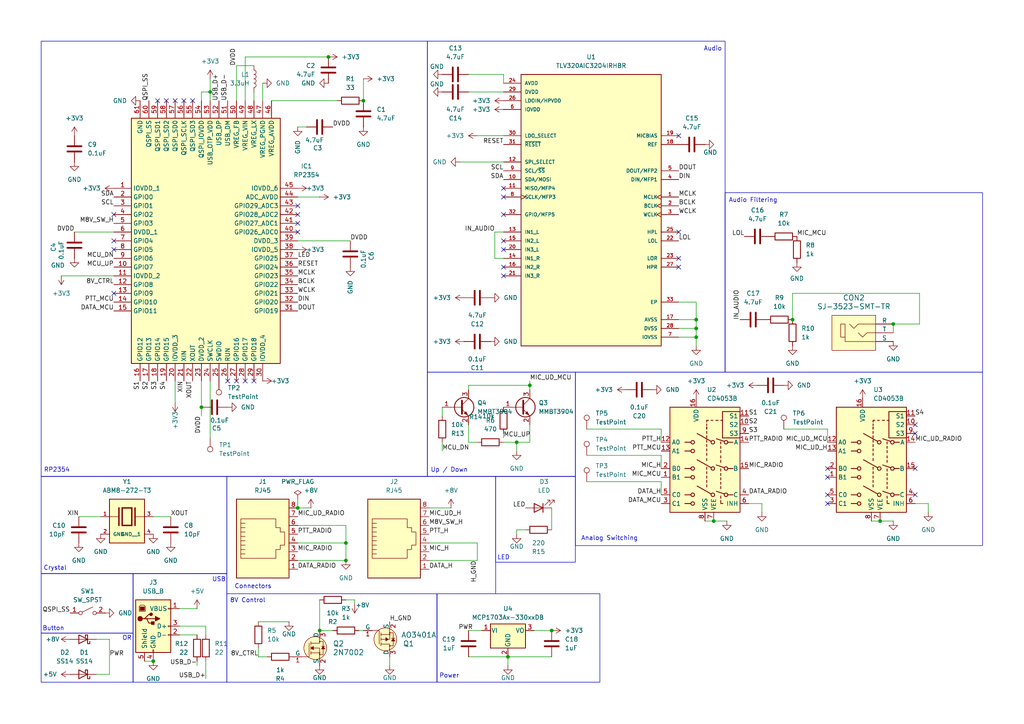
<source format=kicad_sch>
(kicad_sch (version 20250114) (generator "eeschema") (generator_version "9.0")
  (paper "A4")
  (rectangle (start 11.938 183.642) (end 38.608 197.866))
  (rectangle (start 65.786 138.176) (end 143.764 172.212))
  (rectangle (start 65.786 172.212) (end 126.746 197.866))
  (rectangle (start 143.764 138.176) (end 166.878 163.068))
  (rectangle (start 210.312 55.88) (end 284.988 107.95))
  (rectangle (start 38.608 166.37) (end 65.786 197.866))
  (rectangle (start 11.938 138.176) (end 65.786 166.37))
  (rectangle (start 11.938 11.938) (end 123.952 138.176))
  (rectangle (start 11.938 166.37) (end 38.608 183.642))
  (rectangle (start 123.952 11.938) (end 210.312 107.95))
  (rectangle (start 123.952 107.95) (end 166.878 138.176))
  (rectangle (start 126.746 172.212) (end 173.99 197.866))
  (rectangle (start 166.878 107.95) (end 284.988 158.242))
  (text "Audio Filtering" (at 218.44 58.166 0) (effects (font (size 1.27 1.27))))
  (text "Up / Down" (at 130.302 136.398 0) (effects (font (size 1.27 1.27))))
  (text "OR" (at 36.83 185.166 0) (effects (font (size 1.27 1.27))))
  (text "RP2354" (at 16.51 136.398 0) (effects (font (size 1.27 1.27))))
  (text "LED" (at 146.05 161.798 0) (effects (font (size 1.27 1.27))))
  (text "8V Control" (at 71.882 174.244 0) (effects (font (size 1.27 1.27))))
  (text "Analog Switching" (at 176.784 156.21 0) (effects (font (size 1.27 1.27))))
  (text "Connectors" (at 73.406 170.18 0) (effects (font (size 1.27 1.27))))
  (text "Audio" (at 206.756 14.224 0) (effects (font (size 1.27 1.27))))
  (text "Crystal" (at 16.002 164.846 0) (effects (font (size 1.27 1.27))))
  (text "Button" (at 15.494 182.372 0) (effects (font (size 1.27 1.27))))
  (text "Power" (at 130.302 196.088 0) (effects (font (size 1.27 1.27))))
  (text "USB" (at 63.5 168.148 0) (effects (font (size 1.27 1.27))))
  (junction (at 160.02 182.88))
  (junction (at 100.33 157.48))
  (junction (at 255.27 151.13))
  (junction (at 201.93 97.79))
  (junction (at 147.32 190.5))
  (junction (at 86.36 147.32))
  (junction (at 229.87 92.71))
  (junction (at 44.45 191.77))
  (junction (at 153.67 111.76))
  (junction (at 201.93 92.71))
  (junction (at 95.25 16.51))
  (junction (at 105.41 29.21))
  (junction (at 259.08 93.98))
  (junction (at 58.42 118.11))
  (junction (at 207.01 151.13))
  (junction (at 92.71 182.88))
  (junction (at 100.33 162.56))
  (junction (at 201.93 95.25))
  (junction (at 149.86 128.27))
  (junction (at 60.96 26.67))
  (no_connect (at 240.03 138.43))
  (no_connect (at 86.36 67.31))
  (no_connect (at 240.03 143.51))
  (no_connect (at 196.85 77.47))
  (no_connect (at 33.02 85.09))
  (no_connect (at 66.04 110.49))
  (no_connect (at 71.12 110.49))
  (no_connect (at 53.34 29.21))
  (no_connect (at 55.88 29.21))
  (no_connect (at 146.05 72.39))
  (no_connect (at 146.05 77.47))
  (no_connect (at 146.05 80.01))
  (no_connect (at 146.05 62.23))
  (no_connect (at 50.8 29.21))
  (no_connect (at 265.43 123.19))
  (no_connect (at 86.36 62.23))
  (no_connect (at 48.26 29.21))
  (no_connect (at 240.03 135.89))
  (no_connect (at 33.02 72.39))
  (no_connect (at 146.05 57.15))
  (no_connect (at 146.05 54.61))
  (no_connect (at 265.43 143.51))
  (no_connect (at 265.43 135.89))
  (no_connect (at 86.36 64.77))
  (no_connect (at 86.36 59.69))
  (no_connect (at 33.02 69.85))
  (no_connect (at 196.85 74.93))
  (no_connect (at 196.85 67.31))
  (no_connect (at 265.43 125.73))
  (no_connect (at 73.66 110.49))
  (no_connect (at 45.72 29.21))
  (no_connect (at 146.05 69.85))
  (no_connect (at 33.02 62.23))
  (no_connect (at 68.58 110.49))
  (no_connect (at 240.03 146.05))
  (no_connect (at 196.85 39.37))
  (wire (pts (xy 124.46 147.32) (xy 130.81 147.32)))
  (wire (pts (xy 266.7 93.98) (xy 266.7 85.09)))
  (wire (pts (xy 59.69 184.15) (xy 59.69 181.61)))
  (wire (pts (xy 201.93 95.25) (xy 201.93 97.79)))
  (wire (pts (xy 100.33 152.4) (xy 86.36 152.4)))
  (wire (pts (xy 21.59 67.31) (xy 33.02 67.31)))
  (wire (pts (xy 74.93 180.34) (xy 83.82 180.34)))
  (wire (pts (xy 143.51 74.93) (xy 146.05 74.93)))
  (wire (pts (xy 92.71 182.88) (xy 96.52 182.88)))
  (wire (pts (xy 207.01 151.13) (xy 210.82 151.13)))
  (wire (pts (xy 52.07 184.15) (xy 57.15 184.15)))
  (wire (pts (xy 143.51 67.31) (xy 143.51 74.93)))
  (wire (pts (xy 201.93 95.25) (xy 201.93 92.71)))
  (wire (pts (xy 138.43 128.27) (xy 135.89 128.27)))
  (wire (pts (xy 196.85 87.63) (xy 201.93 87.63)))
  (wire (pts (xy 138.43 39.37) (xy 146.05 39.37)))
  (wire (pts (xy 102.87 173.99) (xy 100.33 173.99)))
  (wire (pts (xy 124.46 162.56) (xy 138.43 162.56)))
  (wire (pts (xy 31.75 185.42) (xy 31.75 195.58)))
  (wire (pts (xy 135.89 128.27) (xy 135.89 123.19)))
  (wire (pts (xy 204.47 151.13) (xy 207.01 151.13)))
  (wire (pts (xy 269.24 146.05) (xy 269.24 148.59)))
  (wire (pts (xy 113.03 190.5) (xy 113.03 193.04)))
  (wire (pts (xy 124.46 157.48) (xy 138.43 157.48)))
  (wire (pts (xy 265.43 146.05) (xy 269.24 146.05)))
  (wire (pts (xy 154.94 182.88) (xy 160.02 182.88)))
  (wire (pts (xy 44.45 149.86) (xy 49.53 149.86)))
  (wire (pts (xy 170.18 124.46) (xy 191.77 124.46)))
  (wire (pts (xy 135.89 21.59) (xy 146.05 21.59)))
  (wire (pts (xy 196.85 95.25) (xy 201.93 95.25)))
  (wire (pts (xy 146.05 67.31) (xy 143.51 67.31)))
  (wire (pts (xy 191.77 124.46) (xy 191.77 128.27)))
  (wire (pts (xy 201.93 87.63) (xy 201.93 92.71)))
  (wire (pts (xy 240.03 124.46) (xy 240.03 128.27)))
  (wire (pts (xy 135.89 182.88) (xy 139.7 182.88)))
  (wire (pts (xy 102.87 175.26) (xy 102.87 173.99)))
  (wire (pts (xy 58.42 110.49) (xy 58.42 118.11)))
  (wire (pts (xy 170.18 132.08) (xy 191.77 132.08)))
  (wire (pts (xy 259.08 93.98) (xy 266.7 93.98)))
  (wire (pts (xy 59.69 191.77) (xy 59.69 196.85)))
  (wire (pts (xy 78.74 29.21) (xy 97.79 29.21)))
  (wire (pts (xy 76.2 24.13) (xy 76.2 29.21)))
  (wire (pts (xy 74.93 190.5) (xy 77.47 190.5)))
  (wire (pts (xy 27.94 185.42) (xy 31.75 185.42)))
  (wire (pts (xy 146.05 125.73) (xy 146.05 127)))
  (wire (pts (xy 153.67 110.49) (xy 153.67 111.76)))
  (wire (pts (xy 266.7 85.09) (xy 229.87 85.09)))
  (wire (pts (xy 95.25 16.51) (xy 71.12 16.51)))
  (wire (pts (xy 149.86 130.81) (xy 149.86 128.27)))
  (wire (pts (xy 138.43 157.48) (xy 138.43 162.56)))
  (wire (pts (xy 100.33 157.48) (xy 100.33 152.4)))
  (wire (pts (xy 191.77 132.08) (xy 191.77 135.89)))
  (wire (pts (xy 86.36 147.32) (xy 90.17 147.32)))
  (wire (pts (xy 147.32 190.5) (xy 147.32 193.04)))
  (wire (pts (xy 147.32 190.5) (xy 160.02 190.5)))
  (wire (pts (xy 220.98 146.05) (xy 220.98 148.59)))
  (wire (pts (xy 135.89 26.67) (xy 146.05 26.67)))
  (wire (pts (xy 105.41 22.86) (xy 105.41 29.21)))
  (wire (pts (xy 149.86 154.94) (xy 149.86 153.67)))
  (wire (pts (xy 201.93 97.79) (xy 196.85 97.79)))
  (wire (pts (xy 128.27 128.27) (xy 128.27 130.81)))
  (wire (pts (xy 227.33 124.46) (xy 240.03 124.46)))
  (wire (pts (xy 259.08 93.98) (xy 259.08 96.52)))
  (wire (pts (xy 191.77 139.7) (xy 191.77 143.51)))
  (wire (pts (xy 60.96 26.67) (xy 58.42 26.67)))
  (wire (pts (xy 217.17 146.05) (xy 220.98 146.05)))
  (wire (pts (xy 71.12 16.51) (xy 71.12 29.21)))
  (wire (pts (xy 68.58 19.05) (xy 68.58 29.21)))
  (wire (pts (xy 31.75 195.58) (xy 27.94 195.58)))
  (wire (pts (xy 128.27 118.11) (xy 128.27 120.65)))
  (wire (pts (xy 52.07 176.53) (xy 57.15 176.53)))
  (wire (pts (xy 60.96 22.86) (xy 60.96 26.67)))
  (wire (pts (xy 60.96 26.67) (xy 60.96 29.21)))
  (wire (pts (xy 153.67 128.27) (xy 153.67 123.19)))
  (wire (pts (xy 73.66 19.05) (xy 68.58 19.05)))
  (wire (pts (xy 52.07 181.61) (xy 59.69 181.61)))
  (wire (pts (xy 170.18 139.7) (xy 191.77 139.7)))
  (wire (pts (xy 100.33 157.48) (xy 100.33 162.56)))
  (wire (pts (xy 74.93 187.96) (xy 74.93 190.5)))
  (wire (pts (xy 92.71 173.99) (xy 92.71 182.88)))
  (wire (pts (xy 146.05 21.59) (xy 146.05 24.13)))
  (wire (pts (xy 135.89 111.76) (xy 153.67 111.76)))
  (wire (pts (xy 104.14 182.88) (xy 105.41 182.88)))
  (wire (pts (xy 86.36 69.85) (xy 101.6 69.85)))
  (wire (pts (xy 86.36 162.56) (xy 100.33 162.56)))
  (wire (pts (xy 149.86 128.27) (xy 153.67 128.27)))
  (wire (pts (xy 255.27 151.13) (xy 259.08 151.13)))
  (wire (pts (xy 86.36 157.48) (xy 100.33 157.48)))
  (wire (pts (xy 201.93 100.33) (xy 201.93 97.79)))
  (wire (pts (xy 41.91 191.77) (xy 44.45 191.77)))
  (wire (pts (xy 201.93 92.71) (xy 196.85 92.71)))
  (wire (pts (xy 17.78 80.01) (xy 33.02 80.01)))
  (wire (pts (xy 60.96 110.49) (xy 60.96 127)))
  (wire (pts (xy 22.86 149.86) (xy 29.21 149.86)))
  (wire (pts (xy 73.66 26.67) (xy 73.66 29.21)))
  (wire (pts (xy 153.67 111.76) (xy 153.67 113.03)))
  (wire (pts (xy 86.36 36.83) (xy 88.9 36.83)))
  (wire (pts (xy 149.86 153.67) (xy 152.4 153.67)))
  (wire (pts (xy 50.8 110.49) (xy 50.8 116.84)))
  (wire (pts (xy 58.42 26.67) (xy 58.42 29.21)))
  (wire (pts (xy 229.87 85.09) (xy 229.87 92.71)))
  (wire (pts (xy 135.89 113.03) (xy 135.89 111.76)))
  (wire (pts (xy 86.36 57.15) (xy 92.71 57.15)))
  (wire (pts (xy 135.89 190.5) (xy 147.32 190.5)))
  (wire (pts (xy 133.35 46.99) (xy 146.05 46.99)))
  (wire (pts (xy 160.02 147.32) (xy 160.02 153.67)))
  (wire (pts (xy 86.36 144.78) (xy 86.36 147.32)))
  (wire (pts (xy 58.42 120.65) (xy 58.42 118.11)))
  (wire (pts (xy 252.73 151.13) (xy 255.27 151.13)))
  (wire (pts (xy 149.86 128.27) (xy 146.05 128.27)))
  (wire (pts (xy 57.15 191.77) (xy 57.15 193.04)))
  (label "MIC_H" (at 124.46 160.02 0))
  (label "DATA_MCU" (at 191.77 146.05 180))
  (label "S1" (at 40.64 110.49 270))
  (label "MIC_UD_RADIO" (at 265.43 128.27 0))
  (label "DATA_MCU" (at 33.02 90.17 180))
  (label "DVDD" (at 68.58 19.05 90))
  (label "PTT_H" (at 191.77 128.27 180))
  (label "DATA_H" (at 124.46 165.1 0))
  (label "PWR" (at 137.16 182.88 180))
  (label "DATA_RADIO" (at 217.17 143.51 0))
  (label "PTT_RADIO" (at 217.17 128.27 0))
  (label "DATA_H" (at 191.77 143.51 180))
  (label "MCLK" (at 86.36 80.01 0))
  (label "PTT_MCU" (at 191.77 130.81 180))
  (label "USB_D+" (at 63.5 29.21 90))
  (label "MIC_UD_H" (at 124.46 149.86 0))
  (label "SDA" (at 33.02 57.15 180))
  (label "DVDD" (at 58.42 120.65 270))
  (label "MIC_MCU" (at 191.77 138.43 180))
  (label "RESET" (at 86.36 77.47 0))
  (label "LOL" (at 196.85 69.85 0))
  (label "S3" (at 217.17 125.73 0))
  (label "DOUT" (at 196.85 49.53 0))
  (label "PTT_H" (at 124.46 154.94 0))
  (label "RESET" (at 146.05 41.91 180))
  (label "M8V_SW_H" (at 33.02 64.77 180))
  (label "H_GND" (at 113.03 180.34 0))
  (label "MIC_H" (at 191.77 135.89 180))
  (label "XIN" (at 22.86 149.86 180))
  (label "SCL" (at 146.05 49.53 180))
  (label "8V_CTRL" (at 74.93 190.5 180))
  (label "QSPI_SS" (at 43.18 29.21 90))
  (label "MIC_MCU" (at 231.14 68.58 0))
  (label "H_GND" (at 138.43 162.56 270))
  (label "XOUT" (at 49.53 149.86 0))
  (label "S2" (at 217.17 123.19 0))
  (label "MIC_UD_RADIO" (at 86.36 149.86 0))
  (label "XOUT" (at 55.88 110.49 270))
  (label "USB_D-" (at 66.04 29.21 90))
  (label "MIC_UD_H" (at 240.03 130.81 180))
  (label "WCLK" (at 196.85 62.23 0))
  (label "PWR" (at 31.75 190.5 0))
  (label "MCU_DN" (at 128.27 130.81 0))
  (label "PTT_RADIO" (at 86.36 154.94 0))
  (label "IN_AUDIO" (at 143.51 67.31 180))
  (label "LOL" (at 215.9 68.58 180))
  (label "MIC_UD_MCU" (at 240.03 128.27 180))
  (label "QSPI_SS" (at 20.32 177.8 180))
  (label "DVDD" (at 101.6 69.85 0))
  (label "MCU_UP" (at 33.02 77.47 180))
  (label "MIC_UD_MCU" (at 153.67 110.49 0))
  (label "DOUT" (at 86.36 90.17 0))
  (label "WCLK" (at 86.36 85.09 0))
  (label "SCL" (at 33.02 59.69 180))
  (label "MIC_RADIO" (at 86.36 160.02 0))
  (label "XIN" (at 53.34 110.49 270))
  (label "MCLK" (at 196.85 57.15 0))
  (label "PTT_MCU" (at 33.02 87.63 180))
  (label "DATA_RADIO" (at 86.36 165.1 0))
  (label "SDA" (at 146.05 52.07 180))
  (label "8V_CTRL" (at 33.02 82.55 180))
  (label "MIC_RADIO" (at 217.17 135.89 0))
  (label "S3" (at 45.72 110.49 270))
  (label "IN_AUDIO" (at 214.63 92.71 90))
  (label "S1" (at 217.17 120.65 0))
  (label "LED" (at 152.4 147.32 180))
  (label "S2" (at 43.18 110.49 270))
  (label "USB_D-" (at 57.15 193.04 180))
  (label "S4" (at 265.43 120.65 0))
  (label "DVDD" (at 21.59 67.31 180))
  (label "MCU_UP" (at 146.05 127 0))
  (label "S4" (at 48.26 110.49 270))
  (label "USB_D+" (at 59.69 196.85 180))
  (label "DIN" (at 86.36 87.63 0))
  (label "MCU_DN" (at 33.02 74.93 180))
  (label "DIN" (at 196.85 52.07 0))
  (label "LED" (at 86.36 74.93 0))
  (label "DVDD" (at 96.52 36.83 0))
  (label "BCLK" (at 196.85 59.69 0))
  (label "BCLK" (at 86.36 82.55 0))
  (label "M8V_SW_H" (at 124.46 152.4 0))
  (symbol (lib_id "power:+3V3") (at 76.2 110.49 270) (mirror x) (unit 1)
    (property "Reference" "#PWR014" (effects (hide yes)))
    (property "Value" "+3V3" (at 81.28 110.49 90))
    (property "Description" "Power symbol creates a global label with name \"+3V3\"" (effects (hide yes)))
  )
  (symbol (lib_id "Device:C") (at 218.44 92.71 90) (unit 1)
    (property "Reference" "C17" (at 218.44 85.09 90))
    (property "Value" "4.7uF" (at 218.44 87.63 90))
    (property "Footprint" "Capacitor_SMD:C_0201_0603Metric" (effects (hide yes)))
    (property "Description" "Unpolarized capacitor" (effects (hide yes)))
  )
  (symbol (lib_id "power:+3V3") (at 86.36 54.61 270) (mirror x) (unit 1)
    (property "Reference" "#PWR020" (effects (hide yes)))
    (property "Value" "+3V3" (at 91.44 54.61 90))
    (property "Description" "Power symbol creates a global label with name \"+3V3\"" (effects (hide yes)))
  )
  (symbol (lib_id "power:GND") (at 49.53 157.48 0) (unit 1)
    (property "Reference" "#PWR024" (effects (hide yes)))
    (property "Value" "GND" (at 49.53 162.56 0))
    (property "Description" "Power symbol creates a global label with name \"GND\" , ground" (effects (hide yes)))
  )
  (symbol (lib_id "Device:R") (at 128.27 124.46 0) (mirror y) (unit 1)
    (property "Reference" "R13" (at 130.81 125.7301 0) (effects (justify right)))
    (property "Value" "10k" (at 130.81 123.1901 0) (effects (justify right)))
    (property "Footprint" "Resistor_SMD:R_0402_1005Metric" (effects (hide yes)))
    (property "Description" "Resistor" (effects (hide yes)))
  )
  (symbol (lib_id "Device:R") (at 226.06 92.71 90) (unit 1)
    (property "Reference" "R9" (at 226.06 86.36 90))
    (property "Value" "10k" (at 226.06 88.9 90))
    (property "Footprint" "Resistor_SMD:R_0402_1005Metric" (effects (hide yes)))
    (property "Description" "Resistor" (effects (hide yes)))
  )
  (symbol (lib_id "Connector:RJ45") (at 76.2 157.48 0) (unit 1)
    (property "Reference" "J1" (at 76.2 139.7 0))
    (property "Value" "RJ45" (at 76.2 142.24 0))
    (property "Footprint" "Connector_RJ:RJ45_Amphenol_54602-x08_Horizontal" (effects (hide yes)))
    (property "Description" "RJ connector, 8P8C (8 positions 8 connected)" (effects (hide yes)))
  )
  (symbol (lib_id "Device:C") (at 138.43 86.36 90) (mirror x) (unit 1)
    (property "Reference" "C12" (at 138.43 93.98 90))
    (property "Value" "4.7uF" (at 138.43 91.44 90))
    (property "Footprint" "Capacitor_SMD:C_0201_0603Metric" (effects (hide yes)))
    (property "Description" "Unpolarized capacitor" (effects (hide yes)))
  )
  (symbol (lib_id "power:+3V3") (at 17.78 80.01 0) (mirror x) (unit 1)
    (property "Reference" "#PWR017" (effects (hide yes)))
    (property "Value" "+3V3" (at 17.78 85.09 0))
    (property "Description" "Power symbol creates a global label with name \"+3V3\"" (effects (hide yes)))
  )
  (symbol (lib_id "power:+3V3") (at 134.62 86.36 90) (unit 1)
    (property "Reference" "#PWR033" (effects (hide yes)))
    (property "Value" "+3V3" (at 130.81 86.3599 90) (effects (justify left)))
    (property "Description" "Power symbol creates a global label with name \"+3V3\"" (effects (hide yes)))
  )
  (symbol (lib_id "Connector:TestPoint") (at 227.33 124.46 0) (unit 1)
    (property "Reference" "TP6" (at 229.87 119.8879 0) (effects (justify left)))
    (property "Value" "TestPoint" (at 229.87 122.4279 0) (effects (justify left)))
    (property "Footprint" "TestPoint:TestPoint_Pad_D1.0mm" (effects (hide yes)))
    (property "Description" "test point" (effects (hide yes)))
  )
  (symbol (lib_id "TLV320AIC3204IRHBR:TLV320AIC3204IRHBR") (at 171.45 59.69 0) (unit 1)
    (property "Reference" "U1" (at 171.45 16.51 0))
    (property "Value" "TLV320AIC3204IRHBR" (at 171.45 19.05 0))
    (property "Footprint" "KiCadpretty:QFN50P500X500X100-33N" (effects (hide yes)))
    (property "PARTREV" "E" (effects (hide yes)))
    (property "STANDARD" "IPC-7351B" (effects (hide yes)))
    (property "MAXIMUM_PACKAGE_HEIGHT" "1.0mm" (effects (hide yes)))
    (property "MANUFACTURER" "Texas Instruments" (effects (hide yes)))
  )
  (symbol (lib_id "power:GND") (at 113.03 193.04 0) (unit 1)
    (property "Reference" "#PWR040" (effects (hide yes)))
    (property "Value" "GND" (at 113.03 196.596 0))
    (property "Description" "Power symbol creates a global label with name \"GND\" , ground" (effects (hide yes)))
  )
  (symbol (lib_id "power:GND") (at 30.48 177.8 90) (unit 1)
    (property "Reference" "#PWR026" (effects (hide yes)))
    (property "Value" "GND" (at 34.29 177.7999 90) (effects (justify right)))
    (property "Description" "Power symbol creates a global label with name \"GND\" , ground" (effects (hide yes)))
  )
  (symbol (lib_id "Connector:RJ45") (at 114.3 157.48 0) (unit 1)
    (property "Reference" "J2" (at 114.3 139.7 0))
    (property "Value" "RJ45" (at 114.3 142.24 0))
    (property "Footprint" "Connector_RJ:RJ45_Amphenol_54602-x08_Horizontal" (effects (hide yes)))
    (property "Description" "RJ connector, 8P8C (8 positions 8 connected)" (effects (hide yes)))
  )
  (symbol (lib_id "Device:R") (at 231.14 72.39 180) (unit 1)
    (property "Reference" "R8" (at 233.68 71.1199 0) (effects (justify right)))
    (property "Value" "1k" (at 233.68 73.6599 0) (effects (justify right)))
    (property "Footprint" "Resistor_SMD:R_0402_1005Metric" (effects (hide yes)))
    (property "Description" "Resistor" (effects (hide yes)))
  )
  (symbol (lib_id "Device:R") (at 227.33 68.58 90) (unit 1)
    (property "Reference" "R7" (at 227.33 62.23 90))
    (property "Value" "10k" (at 227.33 64.77 90))
    (property "Footprint" "Resistor_SMD:R_0402_1005Metric" (effects (hide yes)))
    (property "Description" "Resistor" (effects (hide yes)))
  )
  (symbol (lib_id "Device:R") (at 74.93 184.15 180) (unit 1)
    (property "Reference" "R5" (at 77.47 182.8799 0) (effects (justify right)))
    (property "Value" "10k" (at 77.47 185.4199 0) (effects (justify right)))
    (property "Footprint" "Resistor_SMD:R_0402_1005Metric" (effects (hide yes)))
    (property "Description" "Resistor" (effects (hide yes)))
  )
  (symbol (lib_id "power:GND") (at 22.86 157.48 0) (unit 1)
    (property "Reference" "#PWR025" (effects (hide yes)))
    (property "Value" "GND" (at 22.86 162.56 0))
    (property "Description" "Power symbol creates a global label with name \"GND\" , ground" (effects (hide yes)))
  )
  (symbol (lib_id "Device:C") (at 92.71 36.83 270) (mirror x) (unit 1)
    (property "Reference" "C3" (at 93.472 42.926 90) (effects (justify right)))
    (property "Value" "4.7uF" (at 93.9799 40.64 90) (effects (justify right)))
    (property "Footprint" "Capacitor_SMD:C_0201_0603Metric" (effects (hide yes)))
    (property "Description" "Unpolarized capacitor" (effects (hide yes)))
  )
  (symbol (lib_id "Device:L") (at 73.66 22.86 0) (mirror x) (unit 1)
    (property "Reference" "L1" (at 72.39 21.5899 0) (effects (justify right)))
    (property "Value" "3.3uH" (at 72.39 24.1299 0) (effects (justify right)))
    (property "Footprint" "footprints:AOTAB201610S3R3101T" (effects (hide yes)))
    (property "Description" "Inductor" (effects (hide yes)))
  )
  (symbol (lib_id "power:GND") (at 149.86 154.94 0) (unit 1)
    (property "Reference" "#PWR012" (effects (hide yes)))
    (property "Value" "GND" (at 149.86 158.496 0))
    (property "Description" "Power symbol creates a global label with name \"GND\" , ground" (effects (hide yes)))
  )
  (symbol (lib_id "power:+3V3") (at 50.8 116.84 0) (mirror x) (unit 1)
    (property "Reference" "#PWR018" (effects (hide yes)))
    (property "Value" "+3V3" (at 50.8 121.92 90))
    (property "Description" "Power symbol creates a global label with name \"+3V3\"" (effects (hide yes)))
  )
  (symbol (lib_id "power:GND") (at 44.45 191.77 0) (unit 1)
    (property "Reference" "#PWR046" (effects (hide yes)))
    (property "Value" "GND" (at 44.45 196.85 0))
    (property "Description" "Power symbol creates a global label with name \"GND\" , ground" (effects (hide yes)))
  )
  (symbol (lib_id "Transistor_BJT:MMBT3904") (at 133.35 118.11 0) (unit 1)
    (property "Reference" "Q4" (at 138.43 116.8399 0) (effects (justify left)))
    (property "Value" "MMBT3904" (at 138.43 119.3799 0) (effects (justify left)))
    (property "Footprint" "Package_TO_SOT_SMD:SOT-23" (effects (hide yes)))
    (property "Datasheet" "https://www.onsemi.com/pdf/datasheet/pzt3904-d.pdf" (effects (hide yes)))
    (property "Description" "0.2A Ic, 40V Vce, Small Signal NPN Transistor, SOT-23" (effects (hide yes)))
  )
  (symbol (lib_id "power:+8V") (at 90.17 147.32 0) (unit 1)
    (property "Reference" "#PWR039" (effects (hide yes)))
    (property "Value" "+8V" (at 90.17 142.24 0))
    (property "Description" "Power symbol creates a global label with name \"+8V\"" (effects (hide yes)))
  )
  (symbol (lib_id "Device:R") (at 156.21 153.67 90) (unit 1)
    (property "Reference" "R15" (at 156.21 160.02 90))
    (property "Value" "220" (at 156.21 157.48 90))
    (property "Footprint" "Resistor_SMD:R_0603_1608Metric" (effects (hide yes)))
    (property "Description" "Resistor" (effects (hide yes)))
  )
  (symbol (lib_id "power:+3V3") (at 134.62 99.06 90) (unit 1)
    (property "Reference" "#PWR031" (effects (hide yes)))
    (property "Value" "+3V3" (at 130.81 99.0599 90) (effects (justify left)))
    (property "Description" "Power symbol creates a global label with name \"+3V3\"" (effects (hide yes)))
  )
  (symbol (lib_id "power:GND") (at 231.14 76.2 0) (unit 1)
    (property "Reference" "#PWR057" (effects (hide yes)))
    (property "Value" "GND" (at 231.14 80.772 0))
    (property "Description" "Power symbol creates a global label with name \"GND\" , ground" (effects (hide yes)))
  )
  (symbol (lib_id "power:GND") (at 44.45 154.94 0) (unit 1)
    (property "Reference" "#PWR015" (effects (hide yes)))
    (property "Value" "GND" (at 44.45 160.02 0))
    (property "Description" "Power symbol creates a global label with name \"GND\" , ground" (effects (hide yes)))
  )
  (symbol (lib_id "Connector:TestPoint") (at 60.96 127 180) (unit 1)
    (property "Reference" "TP1" (at 63.5 129.0319 0) (effects (justify right)))
    (property "Value" "TestPoint" (at 63.5 131.5719 0) (effects (justify right)))
    (property "Footprint" "TestPoint:TestPoint_Pad_D1.0mm" (effects (hide yes)))
    (property "Description" "test point" (effects (hide yes)))
  )
  (symbol (lib_id "power:GND") (at 142.24 99.06 90) (unit 1)
    (property "Reference" "#PWR032" (effects (hide yes)))
    (property "Value" "GND" (at 146.05 99.0599 90) (effects (justify right)))
    (property "Description" "Power symbol creates a global label with name \"GND\" , ground" (effects (hide yes)))
  )
  (symbol (lib_id "power:+3V3") (at 92.71 57.15 270) (unit 1)
    (property "Reference" "#PWR011" (effects (hide yes)))
    (property "Value" "+3V3" (at 96.52 57.1499 90) (effects (justify left)))
    (property "Description" "Power symbol creates a global label with name \"+3V3\"" (effects (hide yes)))
  )
  (symbol (lib_id "power:+3V3") (at 146.05 31.75 90) (unit 1)
    (property "Reference" "#PWR035" (effects (hide yes)))
    (property "Value" "+3V3" (at 142.24 31.7499 90) (effects (justify left)))
    (property "Description" "Power symbol creates a global label with name \"+3V3\"" (effects (hide yes)))
  )
  (symbol (lib_id "power:GND") (at 220.98 148.59 0) (unit 1)
    (property "Reference" "#PWR050" (effects (hide yes)))
    (property "Value" "GND" (at 220.98 153.67 0))
    (property "Description" "Power symbol creates a global label with name \"GND\" , ground" (effects (hide yes)))
  )
  (symbol (lib_id "Device:R") (at 81.28 190.5 90) (mirror x) (unit 1)
    (property "Reference" "R4" (at 81.28 196.85 90))
    (property "Value" "1k" (at 81.28 194.31 90))
    (property "Footprint" "Resistor_SMD:R_0402_1005Metric" (effects (hide yes)))
    (property "Description" "Resistor" (effects (hide yes)))
  )
  (symbol (lib_id "Device:R") (at 229.87 96.52 180) (unit 1)
    (property "Reference" "R10" (at 232.41 95.2499 0) (effects (justify right)))
    (property "Value" "1k" (at 232.41 97.7899 0) (effects (justify right)))
    (property "Footprint" "Resistor_SMD:R_0402_1005Metric" (effects (hide yes)))
    (property "Description" "Resistor" (effects (hide yes)))
  )
  (symbol (lib_id "Device:C") (at 160.02 186.69 0) (unit 1)
    (property "Reference" "C18" (at 163.83 185.4199 0) (effects (justify left)))
    (property "Value" "1uF" (at 163.83 187.9599 0) (effects (justify left)))
    (property "Footprint" "Capacitor_SMD:C_0201_0603Metric" (effects (hide yes)))
    (property "Description" "Unpolarized capacitor" (effects (hide yes)))
  )
  (symbol (lib_id "power:GND") (at 76.2 24.13 90) (unit 1)
    (property "Reference" "#PWR04" (effects (hide yes)))
    (property "Value" "GND" (at 80.01 24.1299 90) (effects (justify right)))
    (property "Description" "Power symbol creates a global label with name \"GND\" , ground" (effects (hide yes)))
  )
  (symbol (lib_id "Device:R") (at 96.52 173.99 90) (mirror x) (unit 1)
    (property "Reference" "R2" (at 96.52 180.34 90))
    (property "Value" "10k" (at 96.52 177.8 90))
    (property "Footprint" "Resistor_SMD:R_0402_1005Metric" (effects (hide yes)))
    (property "Description" "Resistor" (effects (hide yes)))
  )
  (symbol (lib_id "Device:C") (at 21.59 43.18 180) (unit 1)
    (property "Reference" "C9" (at 25.4 41.9099 0) (effects (justify right)))
    (property "Value" "0.1uF" (at 25.4 44.4499 0) (effects (justify right)))
    (property "Footprint" "Capacitor_SMD:C_0402_1005Metric" (effects (hide yes)))
    (property "Description" "Unpolarized capacitor" (effects (hide yes)))
  )
  (symbol (lib_id "dk_Transistors-FETs-MOSFETs-Single:2N7002") (at 92.71 187.96 0) (unit 1)
    (property "Reference" "Q2" (at 96.52 186.6899 0) (effects (font (size 1.524 1.524)) (justify left)))
    (property "Value" "2N7002" (at 96.52 189.2299 0) (effects (font (size 1.524 1.524)) (justify left)))
    (property "Footprint" "digikey-footprints:SOT-23-3" (effects (hide yes)))
    (property "Datasheet" "https://www.onsemi.com/pub/Collateral/NDS7002A-D.PDF" (effects (hide yes)))
    (property "Description" "MOSFET N-CH 60V 115MA SOT-23" (effects (hide yes)))
    (property "Digi-Key_PN" "2N7002NCT-ND" (effects (hide yes)))
    (property "MPN" "2N7002" (effects (hide yes)))
    (property "Category" "Discrete Semiconductor Products" (effects (hide yes)))
    (property "Family" "Transistors - FETs, MOSFETs - Single" (effects (hide yes)))
    (property "DK_Datasheet_Link" "https://www.onsemi.com/pub/Collateral/NDS7002A-D.PDF" (effects (hide yes)))
    (property "DK_Detail_Page" "/product-detail/en/on-semiconductor/2N7002/2N7002NCT-ND/244664" (effects (hide yes)))
    (property "Description_1" "MOSFET N-CH 60V 115MA SOT-23" (effects (hide yes)))
    (property "Manufacturer" "ON Semiconductor" (effects (hide yes)))
    (property "Status" "Active" (effects (hide yes)))
  )
  (symbol (lib_id "Device:C") (at 223.52 111.76 90) (mirror x) (unit 1)
    (property "Reference" "C21" (at 223.52 119.38 90))
    (property "Value" "0.1uF" (at 223.52 116.84 90))
    (property "Footprint" "Capacitor_SMD:C_0402_1005Metric" (effects (hide yes)))
    (property "Description" "Unpolarized capacitor" (effects (hide yes)))
  )
  (symbol (lib_id "Device:C") (at 62.23 118.11 90) (unit 1)
    (property "Reference" "C5" (at 61.468 124.206 90) (effects (justify right)))
    (property "Value" "0.1uF" (at 60.9601 121.92 90) (effects (justify right)))
    (property "Footprint" "Capacitor_SMD:C_0402_1005Metric" (effects (hide yes)))
    (property "Description" "Unpolarized capacitor" (effects (hide yes)))
  )
  (symbol (lib_id "power:GND") (at 142.24 86.36 90) (unit 1)
    (property "Reference" "#PWR034" (effects (hide yes)))
    (property "Value" "GND" (at 146.05 86.3599 90) (effects (justify right)))
    (property "Description" "Power symbol creates a global label with name \"GND\" , ground" (effects (hide yes)))
  )
  (symbol (lib_id "power:GND") (at 128.27 21.59 270) (unit 1)
    (property "Reference" "#PWR036" (effects (hide yes)))
    (property "Value" "GND" (at 128.778 19.304 90) (effects (justify right)))
    (property "Description" "Power symbol creates a global label with name \"GND\" , ground" (effects (hide yes)))
  )
  (symbol (lib_id "Device:C") (at 105.41 33.02 0) (unit 1)
    (property "Reference" "C1" (at 109.22 31.7499 0) (effects (justify left)))
    (property "Value" "4.7uF" (at 109.22 34.2899 0) (effects (justify left)))
    (property "Footprint" "Capacitor_SMD:C_0201_0603Metric" (effects (hide yes)))
    (property "Description" "Unpolarized capacitor" (effects (hide yes)))
  )
  (symbol (lib_id "power:+5V") (at 57.15 176.53 0) (unit 1)
    (property "Reference" "#PWR047" (effects (hide yes)))
    (property "Value" "+5V" (at 57.15 171.45 0))
    (property "Description" "Power symbol creates a global label with name \"+5V\"" (effects (hide yes)))
  )
  (symbol (lib_id "power:GND") (at 128.27 26.67 270) (unit 1)
    (property "Reference" "#PWR037" (effects (hide yes)))
    (property "Value" "GND" (at 128.778 24.384 90) (effects (justify right)))
    (property "Description" "Power symbol creates a global label with name \"GND\" , ground" (effects (hide yes)))
  )
  (symbol (lib_id "Device:C") (at 132.08 21.59 270) (mirror x) (unit 1)
    (property "Reference" "C13" (at 132.08 13.97 90))
    (property "Value" "4.7uF" (at 132.08 16.51 90))
    (property "Footprint" "Capacitor_SMD:C_0201_0603Metric" (effects (hide yes)))
    (property "Description" "Unpolarized capacitor" (effects (hide yes)))
  )
  (symbol (lib_id "power:GND") (at 259.08 99.06 0) (unit 1)
    (property "Reference" "#PWR059" (effects (hide yes)))
    (property "Value" "GND" (at 259.08 104.14 0))
    (property "Description" "Power symbol creates a global label with name \"GND\" , ground" (effects (hide yes)))
  )
  (symbol (lib_id "Device:C") (at 200.66 41.91 270) (mirror x) (unit 1)
    (property "Reference" "C15" (at 200.66 34.29 90))
    (property "Value" "4.7uF" (at 200.66 36.83 90))
    (property "Footprint" "Capacitor_SMD:C_0201_0603Metric" (effects (hide yes)))
    (property "Description" "Unpolarized capacitor" (effects (hide yes)))
  )
  (symbol (lib_id "dk_Transistors-FETs-MOSFETs-Single:AO3401A") (at 113.03 185.42 0) (mirror x) (unit 1)
    (property "Reference" "Q1" (at 116.84 186.6901 0) (effects (font (size 1.524 1.524)) (justify left)))
    (property "Value" "AO3401A" (at 116.332 184.15 0) (effects (font (size 1.524 1.524)) (justify left)))
    (property "Footprint" "digikey-footprints:SOT-23-3" (effects (hide yes)))
    (property "Datasheet" "http://aosmd.com/res/data_sheets/AO3401A.pdf" (effects (hide yes)))
    (property "Description" "MOSFET P-CH 30V 4A SOT23" (effects (hide yes)))
    (property "Digi-Key_PN" "785-1001-1-ND" (effects (hide yes)))
    (property "MPN" "AO3401A" (effects (hide yes)))
    (property "Category" "Discrete Semiconductor Products" (effects (hide yes)))
    (property "Family" "Transistors - FETs, MOSFETs - Single" (effects (hide yes)))
    (property "DK_Datasheet_Link" "http://aosmd.com/res/data_sheets/AO3401A.pdf" (effects (hide yes)))
    (property "DK_Detail_Page" "/product-detail/en/alpha-omega-semiconductor-inc/AO3401A/785-1001-1-ND/1855943" (effects (hide yes)))
    (property "Description_1" "MOSFET P-CH 30V 4A SOT23" (effects (hide yes)))
    (property "Manufacturer" "Alpha & Omega Semiconductor Inc." (effects (hide yes)))
    (property "Status" "Active" (effects (hide yes)))
  )
  (symbol (lib_id "power:+3V3") (at 201.93 115.57 0) (unit 1)
    (property "Reference" "#PWR052" (effects (hide yes)))
    (property "Value" "+3V3" (at 201.93 110.49 0))
    (property "Description" "Power symbol creates a global label with name \"+3V3\"" (effects (hide yes)))
  )
  (symbol (lib_id "power:GND") (at 83.82 180.34 0) (unit 1)
    (property "Reference" "#PWR045" (effects (hide yes)))
    (property "Value" "GND" (at 83.82 183.896 0))
    (property "Description" "Power symbol creates a global label with name \"GND\" , ground" (effects (hide yes)))
  )
  (symbol (lib_id "Connector:TestPoint") (at 170.18 132.08 0) (unit 1)
    (property "Reference" "TP4" (at 172.72 127.5079 0) (effects (justify left)))
    (property "Value" "TestPoint" (at 172.72 130.0479 0) (effects (justify left)))
    (property "Footprint" "TestPoint:TestPoint_Pad_D1.0mm" (effects (hide yes)))
    (property "Description" "test point" (effects (hide yes)))
  )
  (symbol (lib_id "power:GND") (at 227.33 111.76 90) (unit 1)
    (property "Reference" "#PWR065" (effects (hide yes)))
    (property "Value" "GND" (at 231.14 111.7599 90) (effects (justify right)))
    (property "Description" "Power symbol creates a global label with name \"GND\" , ground" (effects (hide yes)))
  )
  (symbol (lib_id "Device:C") (at 49.53 153.67 0) (unit 1)
    (property "Reference" "C8" (at 53.34 152.3999 0) (effects (justify left)))
    (property "Value" "10pF" (at 53.34 154.9399 0) (effects (justify left)))
    (property "Footprint" "Capacitor_SMD:C_0402_1005Metric" (effects (hide yes)))
    (property "Description" "Unpolarized capacitor" (effects (hide yes)))
  )
  (symbol (lib_id "power:GND") (at 204.47 41.91 90) (unit 1)
    (property "Reference" "#PWR042" (effects (hide yes)))
    (property "Value" "GND" (at 203.962 44.196 90) (effects (justify right)))
    (property "Description" "Power symbol creates a global label with name \"GND\" , ground" (effects (hide yes)))
  )
  (symbol (lib_id "power:+3V3") (at 105.41 22.86 270) (unit 1)
    (property "Reference" "#PWR02" (effects (hide yes)))
    (property "Value" "+3V3" (at 109.22 22.8599 90) (effects (justify left)))
    (property "Description" "Power symbol creates a global label with name \"+3V3\"" (effects (hide yes)))
  )
  (symbol (lib_id "power:+3V3") (at 160.02 182.88 270) (unit 1)
    (property "Reference" "#PWR061" (effects (hide yes)))
    (property "Value" "+3V3" (at 163.83 182.8799 90) (effects (justify left)))
    (property "Description" "Power symbol creates a global label with name \"+3V3\"" (effects (hide yes)))
  )
  (symbol (lib_id "power:+3V3") (at 60.96 22.86 0) (unit 1)
    (property "Reference" "#PWR013" (effects (hide yes)))
    (property "Value" "+3V3" (at 60.96 17.78 0))
    (property "Description" "Power symbol creates a global label with name \"+3V3\"" (effects (hide yes)))
  )
  (symbol (lib_id "ABM8-272-T3:ABM8-272-T3") (at 36.83 149.86 0) (unit 1)
    (property "Reference" "Y1" (at 36.83 139.7 0))
    (property "Value" "ABM8-272-T3" (at 36.83 142.24 0))
    (property "Footprint" "footprints:XTAL_ABM8-272-T3" (effects (hide yes)))
    (property "MAXIMUM_PACKAGE_HEIGHT" "0.8mm" (effects (hide yes)))
    (property "CREATOR" "DIZAR" (effects (hide yes)))
    (property "STANDARD" "Manufacturer Recommendations" (effects (hide yes)))
    (property "PARTREV" "07-29-20" (effects (hide yes)))
    (property "MANUFACTURER" "ABRACON" (effects (hide yes)))
  )
  (symbol (lib_id "Device:C") (at 185.42 113.03 90) (mirror x) (unit 1)
    (property "Reference" "C20" (at 185.42 120.65 90))
    (property "Value" "0.1uF" (at 185.42 118.11 90))
    (property "Footprint" "Capacitor_SMD:C_0402_1005Metric" (effects (hide yes)))
    (property "Description" "Unpolarized capacitor" (effects (hide yes)))
  )
  (symbol (lib_id "power:GND") (at 210.82 151.13 0) (unit 1)
    (property "Reference" "#PWR051" (effects (hide yes)))
    (property "Value" "GND" (at 210.82 156.21 0))
    (property "Description" "Power symbol creates a global label with name \"GND\" , ground" (effects (hide yes)))
  )
  (symbol (lib_id "Device:C") (at 21.59 71.12 0) (unit 1)
    (property "Reference" "C4" (at 15.494 70.358 90) (effects (justify right)))
    (property "Value" "0.1uF" (at 17.78 69.8501 90) (effects (justify right)))
    (property "Footprint" "Capacitor_SMD:C_0402_1005Metric" (effects (hide yes)))
    (property "Description" "Unpolarized capacitor" (effects (hide yes)))
  )
  (symbol (lib_id "power:GND") (at 147.32 193.04 0) (unit 1)
    (property "Reference" "#PWR060" (effects (hide yes)))
    (property "Value" "GND" (at 147.32 196.596 0))
    (property "Description" "Power symbol creates a global label with name \"GND\" , ground" (effects (hide yes)))
  )
  (symbol (lib_id "power:+3V3") (at 146.05 29.21 90) (unit 1)
    (property "Reference" "#PWR027" (effects (hide yes)))
    (property "Value" "+3V3" (at 142.24 29.2099 90) (effects (justify left)))
    (property "Description" "Power symbol creates a global label with name \"+3V3\"" (effects (hide yes)))
  )
  (symbol (lib_id "Device:R") (at 59.69 187.96 180) (unit 1)
    (property "Reference" "R11" (at 62.23 186.6899 0) (effects (justify right)))
    (property "Value" "22" (at 62.23 189.2299 0) (effects (justify right)))
    (property "Footprint" "Resistor_SMD:R_0402_1005Metric" (effects (hide yes)))
    (property "Description" "Resistor" (effects (hide yes)))
  )
  (symbol (lib_id "Regulator_Linear:MCP1703Ax-330xxDB") (at 147.32 182.88 0) (unit 1)
    (property "Reference" "U4" (at 147.32 176.53 0))
    (property "Value" "MCP1703Ax-330xxDB" (at 147.32 179.07 0))
    (property "Footprint" "Package_TO_SOT_SMD:SOT-223-3_TabPin2" (effects (hide yes)))
    (property "Datasheet" "http://ww1.microchip.com/downloads/en/DeviceDoc/20005122B.pdf" (effects (hide yes)))
    (property "Description" "Low Quiescent Current LDO Regulator, 3.3V, 250mA, Vin<=16V, SOT-223" (effects (hide yes)))
  )
  (symbol (lib_id "power:GND") (at 86.36 36.83 0) (unit 1)
    (property "Reference" "#PWR07" (effects (hide yes)))
    (property "Value" "GND" (at 86.3601 40.64 90) (effects (justify right)))
    (property "Description" "Power symbol creates a global label with name \"GND\" , ground" (effects (hide yes)))
  )
  (symbol (lib_id "dk_Barrel-Audio-Connectors:SJ-3523-SMT-TR") (at 248.92 96.52 0) (unit 1)
    (property "Reference" "CON2" (at 247.65 86.36 0) (effects (font (size 1.524 1.524))))
    (property "Value" "SJ-3523-SMT-TR" (at 247.65 88.9 0) (effects (font (size 1.524 1.524))))
    (property "Footprint" "digikey-footprints:Switch_Slide_11.6x4mm_SJ-3523-SMT" (effects (hide yes)))
    (property "Datasheet" "https://www.cui.com/product/resource/digikeypdf/sj-352x-smt_series.pdf" (effects (hide yes)))
    (property "Description" "CONN JACK STEREO 3.5MM SMD R/A" (effects (hide yes)))
    (property "Digi-Key_PN" "CP-3523SJCT-ND" (effects (hide yes)))
    (property "MPN" "SJ-3523-SMT-TR" (effects (hide yes)))
    (property "Category" "Connectors, Interconnects" (effects (hide yes)))
    (property "Family" "Barrel - Audio Connectors" (effects (hide yes)))
    (property "DK_Datasheet_Link" "https://www.cui.com/product/resource/digikeypdf/sj-352x-smt_series.pdf" (effects (hide yes)))
    (property "DK_Detail_Page" "/product-detail/en/cui-inc/SJ-3523-SMT-TR/CP-3523SJCT-ND/669704" (effects (hide yes)))
    (property "Description_1" "CONN JACK STEREO 3.5MM SMD R/A" (effects (hide yes)))
    (property "Manufacturer" "CUI Inc." (effects (hide yes)))
    (property "Status" "Active" (effects (hide yes)))
  )
  (symbol (lib_id "Device:R") (at 142.24 128.27 90) (unit 1)
    (property "Reference" "R6" (at 142.24 121.92 90))
    (property "Value" "470" (at 142.24 124.46 90))
    (property "Footprint" "Resistor_SMD:R_0402_1005Metric" (effects (hide yes)))
    (property "Description" "Resistor" (effects (hide yes)))
  )
  (symbol (lib_id "power:PWR_FLAG") (at 86.36 144.78 0) (unit 1)
    (property "Reference" "#FLG01" (effects (hide yes)))
    (property "Value" "PWR_FLAG" (at 86.36 139.7 0))
    (property "Description" "Special symbol for telling ERC where power comes from" (effects (hide yes)))
  )
  (symbol (lib_id "Device:C") (at 135.89 186.69 0) (mirror y) (unit 1)
    (property "Reference" "C19" (at 132.08 185.4199 0) (effects (justify left)))
    (property "Value" "1uF" (at 132.08 187.9599 0) (effects (justify left)))
    (property "Footprint" "Capacitor_SMD:C_0201_0603Metric" (effects (hide yes)))
    (property "Description" "Unpolarized capacitor" (effects (hide yes)))
  )
  (symbol (lib_id "power:+3V3") (at 181.61 113.03 90) (unit 1)
    (property "Reference" "#PWR062" (effects (hide yes)))
    (property "Value" "+3V3" (at 177.8 113.0299 90) (effects (justify left)))
    (property "Description" "Power symbol creates a global label with name \"+3V3\"" (effects (hide yes)))
  )
  (symbol (lib_id "power:GND") (at 229.87 100.33 0) (unit 1)
    (property "Reference" "#PWR058" (effects (hide yes)))
    (property "Value" "GND" (at 229.87 105.41 0))
    (property "Description" "Power symbol creates a global label with name \"GND\" , ground" (effects (hide yes)))
  )
  (symbol (lib_id "power:GND") (at 105.41 36.83 0) (unit 1)
    (property "Reference" "#PWR03" (effects (hide yes)))
    (property "Value" "GND" (at 105.41 41.91 0))
    (property "Description" "Power symbol creates a global label with name \"GND\" , ground" (effects (hide yes)))
  )
  (symbol (lib_id "Connector:TestPoint") (at 63.5 110.49 180) (unit 1)
    (property "Reference" "TP2" (at 66.04 112.5219 0) (effects (justify right)))
    (property "Value" "TestPoint" (at 66.04 115.0619 0) (effects (justify right)))
    (property "Footprint" "TestPoint:TestPoint_Pad_D1.0mm" (effects (hide yes)))
    (property "Description" "test point" (effects (hide yes)))
  )
  (symbol (lib_id "power:GND") (at 40.64 29.21 270) (unit 1)
    (property "Reference" "#PWR01" (effects (hide yes)))
    (property "Value" "GND" (at 36.83 29.2099 90) (effects (justify right)))
    (property "Description" "Power symbol creates a global label with name \"GND\" , ground" (effects (hide yes)))
  )
  (symbol (lib_id "power:GND") (at 21.59 46.99 0) (unit 1)
    (property "Reference" "#PWR022" (effects (hide yes)))
    (property "Value" "GND" (at 21.59 52.07 0))
    (property "Description" "Power symbol creates a global label with name \"GND\" , ground" (effects (hide yes)))
  )
  (symbol (lib_id "power:+8V") (at 130.81 147.32 0) (unit 1)
    (property "Reference" "#PWR041" (effects (hide yes)))
    (property "Value" "+8V" (at 130.81 142.24 0))
    (property "Description" "Power symbol creates a global label with name \"+8V\"" (effects (hide yes)))
  )
  (symbol (lib_id "Switch:SW_SPST") (at 25.4 177.8 0) (unit 1)
    (property "Reference" "SW1" (at 25.4 171.45 0))
    (property "Value" "SW_SPST" (at 25.4 173.99 0))
    (property "Footprint" "Button_Switch_SMD:SW_SPST_CK_RS282G05A3" (effects (hide yes)))
    (property "Description" "Single Pole Single Throw (SPST) switch" (effects (hide yes)))
  )
  (symbol (lib_id "power:GND") (at 95.25 24.13 270) (unit 1)
    (property "Reference" "#PWR06" (effects (hide yes)))
    (property "Value" "GND" (at 91.44 24.1301 90) (effects (justify right)))
    (property "Description" "Power symbol creates a global label with name \"GND\" , ground" (effects (hide yes)))
  )
  (symbol (lib_id "Connector:TestPoint") (at 170.18 139.7 0) (unit 1)
    (property "Reference" "TP3" (at 172.72 135.1279 0) (effects (justify left)))
    (property "Value" "TestPoint" (at 172.72 137.6679 0) (effects (justify left)))
    (property "Footprint" "TestPoint:TestPoint_Pad_D1.0mm" (effects (hide yes)))
    (property "Description" "test point" (effects (hide yes)))
  )
  (symbol (lib_id "power:+3V3") (at 250.19 115.57 0) (unit 1)
    (property "Reference" "#PWR053" (effects (hide yes)))
    (property "Value" "+3V3" (at 250.19 110.49 0))
    (property "Description" "Power symbol creates a global label with name \"+3V3\"" (effects (hide yes)))
  )
  (symbol (lib_id "Diode:SS14") (at 24.13 195.58 180) (unit 1)
    (property "Reference" "D1" (at 24.4475 189.23 0))
    (property "Value" "SS14" (at 24.4475 191.77 0))
    (property "Footprint" "Diode_SMD:D_SMA" (effects (hide yes)))
    (property "Datasheet" "https://www.vishay.com/docs/88746/ss12.pdf" (effects (hide yes)))
    (property "Description" "40V 1A Schottky Diode, SMA" (effects (hide yes)))
  )
  (symbol (lib_id "power:+5V") (at 20.32 195.58 90) (unit 1)
    (property "Reference" "#PWR048" (effects (hide yes)))
    (property "Value" "+5V" (at 16.51 195.5799 90) (effects (justify left)))
    (property "Description" "Power symbol creates a global label with name \"+5V\"" (effects (hide yes)))
  )
  (symbol (lib_id "power:+8V") (at 20.32 185.42 90) (unit 1)
    (property "Reference" "#PWR049" (effects (hide yes)))
    (property "Value" "+8V" (at 15.24 185.42 90))
    (property "Description" "Power symbol creates a global label with name \"+8V\"" (effects (hide yes)))
  )
  (symbol (lib_id "power:GND") (at 149.86 130.81 0) (unit 1)
    (property "Reference" "#PWR056" (effects (hide yes)))
    (property "Value" "GND" (at 149.86 135.89 0))
    (property "Description" "Power symbol creates a global label with name \"GND\" , ground" (effects (hide yes)))
  )
  (symbol (lib_id "power:GND") (at 21.59 74.93 0) (unit 1)
    (property "Reference" "#PWR09" (effects (hide yes)))
    (property "Value" "GND" (at 16.764 76.962 0))
    (property "Description" "Power symbol creates a global label with name \"GND\" , ground" (effects (hide yes)))
  )
  (symbol (lib_id "power:GND") (at 189.23 113.03 90) (unit 1)
    (property "Reference" "#PWR063" (effects (hide yes)))
    (property "Value" "GND" (at 193.04 113.0299 90) (effects (justify right)))
    (property "Description" "Power symbol creates a global label with name \"GND\" , ground" (effects (hide yes)))
  )
  (symbol (lib_id "Device:R") (at 146.05 121.92 0) (unit 1)
    (property "Reference" "R14" (at 139.954 120.904 0) (effects (justify right)))
    (property "Value" "10k" (at 143.51 120.6501 0) (effects (justify right)))
    (property "Footprint" "Resistor_SMD:R_0402_1005Metric" (effects (hide yes)))
    (property "Description" "Resistor" (effects (hide yes)))
  )
  (symbol (lib_id "RP2350A-CT:RP2350A-CT") (at 33.02 54.61 0) (unit 1)
    (property "Reference" "IC1" (at 88.9 48.1898 0))
    (property "Value" "RP2354" (at 88.9 50.7298 0))
    (property "Footprint" "KiCadpretty:QFN40P700X700X90-61N-D" (effects (hide yes)))
    (property "Datasheet" "https://datasheets.raspberrypi.com/rp2350/rp2350-datasheet.pdf" (effects (hide yes)))
    (property "Description" "RASPBERRY-PI - RP2350A-CT - MCU, 32 bit, ARM Cortex-M33F, 150 MHz, 520 KB RAM, QFN-60" (effects (hide yes)))
    (property "Height" "0.9" (effects (hide yes)))
    (property "Manufacturer_Name" "RASPBERRY-PI" (effects (hide yes)))
    (property "Manufacturer_Part_Number" "RP2350A-CT" (effects (hide yes)))
  )
  (symbol (lib_id "power:GND") (at 101.6 77.47 0) (mirror y) (unit 1)
    (property "Reference" "#PWR010" (effects (hide yes)))
    (property "Value" "GND" (at 101.5999 81.28 90) (effects (justify right)))
    (property "Description" "Power symbol creates a global label with name \"GND\" , ground" (effects (hide yes)))
  )
  (symbol (lib_id "Diode:SS14") (at 24.13 185.42 180) (unit 1)
    (property "Reference" "D2" (at 18.796 189.23 0))
    (property "Value" "SS14" (at 18.796 191.77 0))
    (property "Footprint" "Diode_SMD:D_SMA" (effects (hide yes)))
    (property "Datasheet" "https://www.vishay.com/docs/88746/ss12.pdf" (effects (hide yes)))
    (property "Description" "40V 1A Schottky Diode, SMA" (effects (hide yes)))
  )
  (symbol (lib_id "Device:C") (at 132.08 26.67 90) (mirror x) (unit 1)
    (property "Reference" "C14" (at 132.08 34.29 90))
    (property "Value" "4.7uF" (at 132.08 31.75 90))
    (property "Footprint" "Capacitor_SMD:C_0201_0603Metric" (effects (hide yes)))
    (property "Description" "Unpolarized capacitor" (effects (hide yes)))
  )
  (symbol (lib_id "power:+8V") (at 102.87 175.26 180) (unit 1)
    (property "Reference" "#PWR043" (effects (hide yes)))
    (property "Value" "+8V" (at 105.156 175.514 0))
    (property "Description" "Power symbol creates a global label with name \"+8V\"" (effects (hide yes)))
  )
  (symbol (lib_id "Device:C") (at 95.25 20.32 0) (mirror x) (unit 1)
    (property "Reference" "C2" (at 91.44 19.0499 0) (effects (justify right)))
    (property "Value" "4.7uF" (at 91.44 21.5899 0) (effects (justify right)))
    (property "Footprint" "Capacitor_SMD:C_0201_0603Metric" (effects (hide yes)))
    (property "Description" "Unpolarized capacitor" (effects (hide yes)))
  )
  (symbol (lib_id "power:+3V3") (at 86.36 72.39 270) (mirror x) (unit 1)
    (property "Reference" "#PWR019" (effects (hide yes)))
    (property "Value" "+3V3" (at 91.44 72.39 90))
    (property "Description" "Power symbol creates a global label with name \"+3V3\"" (effects (hide yes)))
  )
  (symbol (lib_id "Device:LED") (at 156.21 147.32 180) (unit 1)
    (property "Reference" "D3" (at 157.7975 139.7 0))
    (property "Value" "LED" (at 157.7975 142.24 0))
    (property "Footprint" "LED_SMD:LED_0603_1608Metric" (effects (hide yes)))
    (property "Description" "Light emitting diode" (effects (hide yes)))
    (property "Sim.Pins" "1=K 2=A" (effects (hide yes)))
  )
  (symbol (lib_id "power:GND") (at 133.35 46.99 270) (unit 1)
    (property "Reference" "#PWR030" (effects (hide yes)))
    (property "Value" "GND" (at 129.54 46.9899 90) (effects (justify right)))
    (property "Description" "Power symbol creates a global label with name \"GND\" , ground" (effects (hide yes)))
  )
  (symbol (lib_id "power:GND") (at 269.24 148.59 0) (unit 1)
    (property "Reference" "#PWR055" (effects (hide yes)))
    (property "Value" "GND" (at 269.24 153.67 0))
    (property "Description" "Power symbol creates a global label with name \"GND\" , ground" (effects (hide yes)))
  )
  (symbol (lib_id "power:+3V3") (at 95.25 16.51 270) (unit 1)
    (property "Reference" "#PWR05" (effects (hide yes)))
    (property "Value" "+3V3" (at 99.06 16.5099 90) (effects (justify left)))
    (property "Description" "Power symbol creates a global label with name \"+3V3\"" (effects (hide yes)))
  )
  (symbol (lib_id "power:GND") (at 259.08 151.13 0) (unit 1)
    (property "Reference" "#PWR054" (effects (hide yes)))
    (property "Value" "GND" (at 259.08 156.21 0))
    (property "Description" "Power symbol creates a global label with name \"GND\" , ground" (effects (hide yes)))
  )
  (symbol (lib_id "power:+3V3") (at 33.02 54.61 90) (unit 1)
    (property "Reference" "#PWR016" (effects (hide yes)))
    (property "Value" "+3V3" (at 29.21 54.6099 90) (effects (justify left)))
    (property "Description" "Power symbol creates a global label with name \"+3V3\"" (effects (hide yes)))
  )
  (symbol (lib_id "Connector:TestPoint") (at 170.18 124.46 0) (unit 1)
    (property "Reference" "TP5" (at 172.72 119.8879 0) (effects (justify left)))
    (property "Value" "TestPoint" (at 172.72 122.4279 0) (effects (justify left)))
    (property "Footprint" "TestPoint:TestPoint_Pad_D1.0mm" (effects (hide yes)))
    (property "Description" "test point" (effects (hide yes)))
  )
  (symbol (lib_id "power:GND") (at 100.33 162.56 0) (unit 1)
    (property "Reference" "#PWR038" (effects (hide yes)))
    (property "Value" "GND" (at 100.33 167.64 0))
    (property "Description" "Power symbol creates a global label with name \"GND\" , ground" (effects (hide yes)))
  )
  (symbol (lib_id "Device:C") (at 138.43 99.06 90) (mirror x) (unit 1)
    (property "Reference" "C11" (at 138.43 106.68 90))
    (property "Value" "0.1uF" (at 138.43 104.14 90))
    (property "Footprint" "Capacitor_SMD:C_0402_1005Metric" (effects (hide yes)))
    (property "Description" "Unpolarized capacitor" (effects (hide yes)))
  )
  (symbol (lib_id "power:GND") (at 66.04 118.11 90) (unit 1)
    (property "Reference" "#PWR08" (effects (hide yes)))
    (property "Value" "GND" (at 69.85 118.1099 90) (effects (justify right)))
    (property "Description" "Power symbol creates a global label with name \"GND\" , ground" (effects (hide yes)))
  )
  (symbol (lib_id "Device:R") (at 101.6 29.21 90) (unit 1)
    (property "Reference" "R1" (at 101.6 22.86 90))
    (property "Value" "33" (at 101.6 25.4 90))
    (property "Footprint" "Resistor_SMD:R_0402_1005Metric" (effects (hide yes)))
    (property "Description" "Resistor" (effects (hide yes)))
  )
  (symbol (lib_id "power:GND") (at 29.21 154.94 0) (unit 1)
    (property "Reference" "#PWR023" (effects (hide yes)))
    (property "Value" "GND" (at 29.21 160.02 0))
    (property "Description" "Power symbol creates a global label with name \"GND\" , ground" (effects (hide yes)))
  )
  (symbol (lib_id "Device:C") (at 101.6 73.66 0) (mirror y) (unit 1)
    (property "Reference" "C6" (at 107.696 72.898 90) (effects (justify right)))
    (property "Value" "0.1uF" (at 105.41 72.3901 90) (effects (justify right)))
    (property "Footprint" "Capacitor_SMD:C_0402_1005Metric" (effects (hide yes)))
    (property "Description" "Unpolarized capacitor" (effects (hide yes)))
  )
  (symbol (lib_id "power:+3V3") (at 138.43 39.37 90) (unit 1)
    (property "Reference" "#PWR029" (effects (hide yes)))
    (property "Value" "+3V3" (at 134.62 39.3699 90) (effects (justify left)))
    (property "Description" "Power symbol creates a global label with name \"+3V3\"" (effects (hide yes)))
  )
  (symbol (lib_id "Analog_Switch:CD4053B") (at 204.47 133.35 0) (mirror y) (unit 1)
    (property "Reference" "U2" (at 205.0481 113.03 0) (effects (justify right)))
    (property "Value" "CD4053B" (at 205.0481 115.57 0) (effects (justify right)))
    (property "Footprint" "Package_SO:TSSOP-16_4.4x5mm_P0.65mm" (effects (hide yes)))
    (property "Datasheet" "http://www.ti.com/lit/ds/symlink/cd4052b.pdf" (effects (hide yes)))
    (property "Description" "CMOS triple 2-channel analog multiplexer/demultiplexer, TSSOP-16/DIP-16/SOIC-16" (effects (hide yes)))
  )
  (symbol (lib_id "Transistor_BJT:MMBT3904") (at 151.13 118.11 0) (unit 1)
    (property "Reference" "Q3" (at 156.21 116.8399 0) (effects (justify left)))
    (property "Value" "MMBT3904" (at 156.21 119.3799 0) (effects (justify left)))
    (property "Footprint" "Package_TO_SOT_SMD:SOT-23" (effects (hide yes)))
    (property "Datasheet" "https://www.onsemi.com/pdf/datasheet/pzt3904-d.pdf" (effects (hide yes)))
    (property "Description" "0.2A Ic, 40V Vce, Small Signal NPN Transistor, SOT-23" (effects (hide yes)))
  )
  (symbol (lib_id "power:GND") (at 92.71 193.04 0) (unit 1)
    (property "Reference" "#PWR044" (effects (hide yes)))
    (property "Value" "GND" (at 92.71 196.596 0))
    (property "Description" "Power symbol creates a global label with name \"GND\" , ground" (effects (hide yes)))
  )
  (symbol (lib_id "Analog_Switch:CD4053B") (at 252.73 133.35 0) (mirror y) (unit 1)
    (property "Reference" "U3" (at 253.3081 113.03 0) (effects (justify right)))
    (property "Value" "CD4053B" (at 253.3081 115.57 0) (effects (justify right)))
    (property "Footprint" "Package_SO:TSSOP-16_4.4x5mm_P0.65mm" (effects (hide yes)))
    (property "Datasheet" "http://www.ti.com/lit/ds/symlink/cd4052b.pdf" (effects (hide yes)))
    (property "Description" "CMOS triple 2-channel analog multiplexer/demultiplexer, TSSOP-16/DIP-16/SOIC-16" (effects (hide yes)))
  )
  (symbol (lib_id "Device:C") (at 22.86 153.67 0) (mirror y) (unit 1)
    (property "Reference" "C10" (at 19.05 152.3999 0) (effects (justify left)))
    (property "Value" "10pF" (at 19.05 154.9399 0) (effects (justify left)))
    (property "Footprint" "Capacitor_SMD:C_0402_1005Metric" (effects (hide yes)))
    (property "Description" "Unpolarized capacitor" (effects (hide yes)))
  )
  (symbol (lib_id "power:+3V3") (at 219.71 111.76 90) (unit 1)
    (property "Reference" "#PWR064" (effects (hide yes)))
    (property "Value" "+3V3" (at 215.9 111.7599 90) (effects (justify left)))
    (property "Description" "Power symbol creates a global label with name \"+3V3\"" (effects (hide yes)))
  )
  (symbol (lib_id "power:+3V3") (at 21.59 39.37 0) (unit 1)
    (property "Reference" "#PWR021" (effects (hide yes)))
    (property "Value" "+3V3" (at 21.59 34.29 0))
    (property "Description" "Power symbol creates a global label with name \"+3V3\"" (effects (hide yes)))
  )
  (symbol (lib_id "Device:R") (at 100.33 182.88 90) (unit 1)
    (property "Reference" "R3" (at 100.33 176.53 90))
    (property "Value" "1k" (at 100.33 179.07 90))
    (property "Footprint" "Resistor_SMD:R_0402_1005Metric" (effects (hide yes)))
    (property "Description" "Resistor" (effects (hide yes)))
  )
  (symbol (lib_id "power:GND") (at 201.93 100.33 0) (unit 1)
    (property "Reference" "#PWR028" (effects (hide yes)))
    (property "Value" "GND" (at 201.93 105.41 0))
    (property "Description" "Power symbol creates a global label with name \"GND\" , ground" (effects (hide yes)))
  )
  (symbol (lib_id "Connector:USB_B") (at 44.45 181.61 0) (unit 1)
    (property "Reference" "J3" (at 44.45 168.91 0))
    (property "Value" "USB_B" (at 44.45 171.45 0))
    (property "Footprint" "Connector_USB:USB_B_Lumberg_2411_02_Horizontal" (effects (hide yes)))
    (property "Description" "USB Type B connector" (effects (hide yes)))
  )
  (symbol (lib_id "Device:C") (at 219.71 68.58 90) (unit 1)
    (property "Reference" "C16" (at 219.71 60.96 90))
    (property "Value" "4.7uF" (at 219.71 63.5 90))
    (property "Footprint" "Capacitor_SMD:C_0201_0603Metric" (effects (hide yes)))
    (property "Description" "Unpolarized capacitor" (effects (hide yes)))
  )
  (symbol (lib_id "Device:R") (at 57.15 187.96 0) (mirror x) (unit 1)
    (property "Reference" "R12" (at 54.61 186.6899 0) (effects (justify right)))
    (property "Value" "22" (at 54.61 189.2299 0) (effects (justify right)))
    (property "Footprint" "Resistor_SMD:R_0402_1005Metric" (effects (hide yes)))
    (property "Description" "Resistor" (effects (hide yes)))
  )
)
</source>
